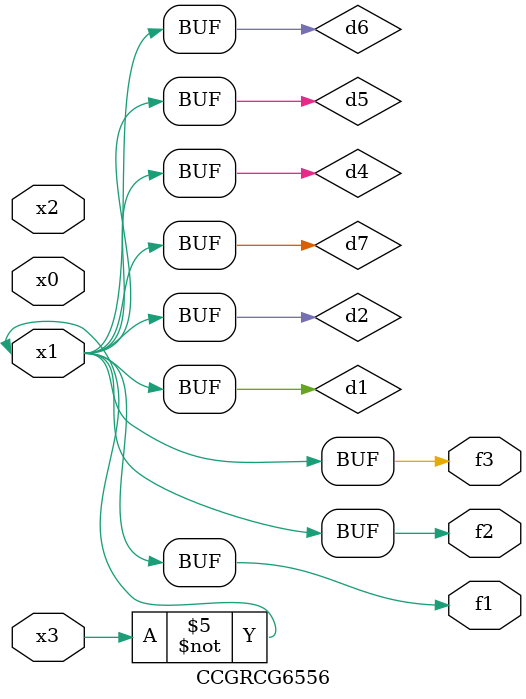
<source format=v>
module CCGRCG6556(
	input x0, x1, x2, x3,
	output f1, f2, f3
);

	wire d1, d2, d3, d4, d5, d6, d7;

	not (d1, x3);
	buf (d2, x1);
	xnor (d3, d1, d2);
	nor (d4, d1);
	buf (d5, d1, d2);
	buf (d6, d4, d5);
	nand (d7, d4);
	assign f1 = d6;
	assign f2 = d7;
	assign f3 = d6;
endmodule

</source>
